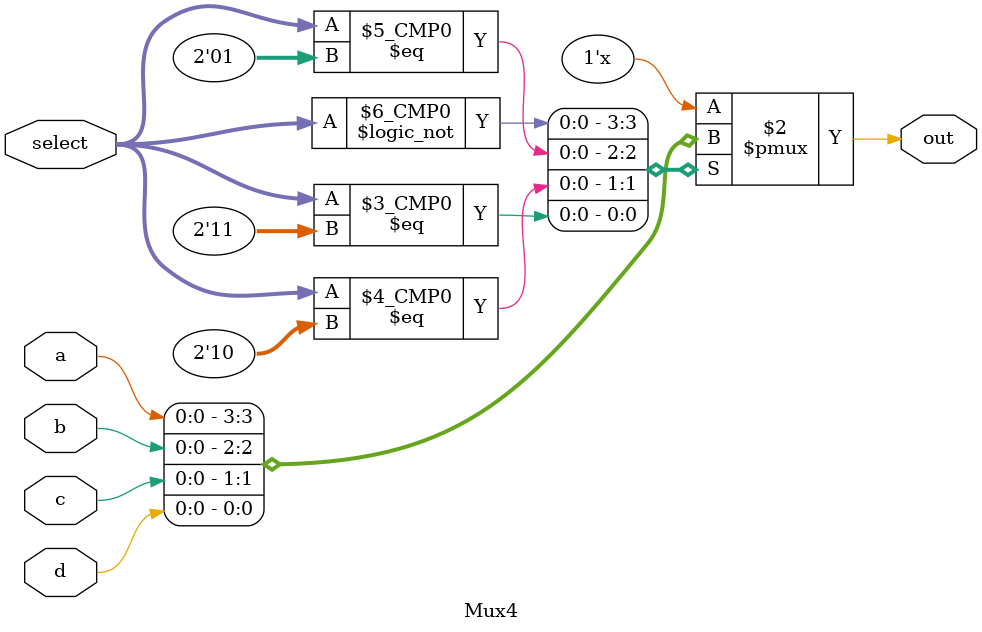
<source format=v>
/********************************************************************************
 *                                                                              *
 *                          Yu Core - Single Cycle Version                      *
 *                                                                              *
 *------------------------------------------------------------------------------*
 * File Name   : Mux.v                                                          *
 * Description : This file gives general Muxes                                  *
 * Author      : Shiqi Duan                                                     *
 * Date        : 2022/11/6                                                      *
 ********************************************************************************/
 
module Mux2 (out, select, a, b);
    input select;
    input a;
    input b;

    output out;

    assign out = (select == 0) ? a : b;
endmodule

module Mux4 (out, select, a, b, c, d);
    input [1 : 0] select;
    input a;
    input b;
    input c;
    input d;

    output reg out;

    always @ (*)
    begin
        case (select)
            2'b00 : out <= a;
            2'b01 : out <= b;
            2'b10 : out <= c;
            2'b11 : out <= d;
        endcase
    end
endmodule
</source>
